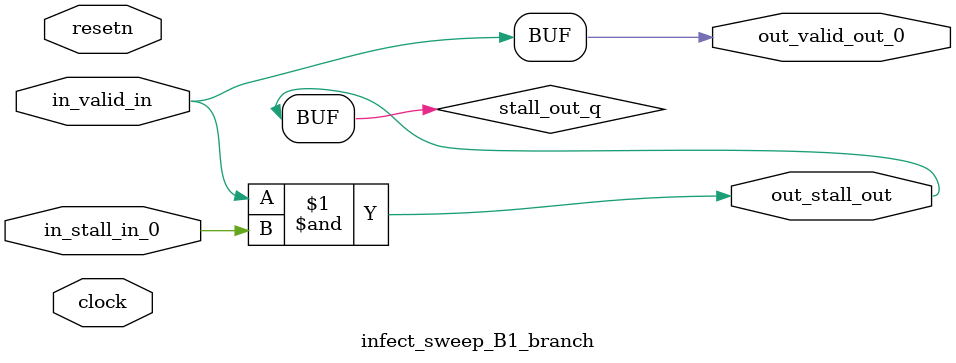
<source format=sv>



(* altera_attribute = "-name AUTO_SHIFT_REGISTER_RECOGNITION OFF; -name MESSAGE_DISABLE 10036; -name MESSAGE_DISABLE 10037; -name MESSAGE_DISABLE 14130; -name MESSAGE_DISABLE 14320; -name MESSAGE_DISABLE 15400; -name MESSAGE_DISABLE 14130; -name MESSAGE_DISABLE 10036; -name MESSAGE_DISABLE 12020; -name MESSAGE_DISABLE 12030; -name MESSAGE_DISABLE 12010; -name MESSAGE_DISABLE 12110; -name MESSAGE_DISABLE 14320; -name MESSAGE_DISABLE 13410; -name MESSAGE_DISABLE 113007; -name MESSAGE_DISABLE 10958" *)
module infect_sweep_B1_branch (
    input wire [0:0] in_stall_in_0,
    input wire [0:0] in_valid_in,
    output wire [0:0] out_stall_out,
    output wire [0:0] out_valid_out_0,
    input wire clock,
    input wire resetn
    );

    wire [0:0] stall_out_q;


    // stall_out(LOGICAL,6)
    assign stall_out_q = in_valid_in & in_stall_in_0;

    // out_stall_out(GPOUT,4)
    assign out_stall_out = stall_out_q;

    // out_valid_out_0(GPOUT,5)
    assign out_valid_out_0 = in_valid_in;

endmodule

</source>
